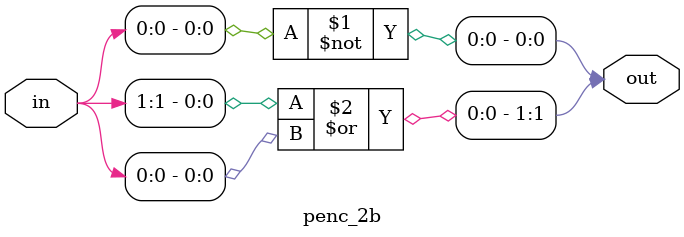
<source format=v>
`timescale 1ns / 1ps

module penc_2b(
    output [1:0] out,
    input [2:0] in
    );
    
    assign out[0] = ~in[0];
    assign out[1] = in[1] | in[0];
    
endmodule

</source>
